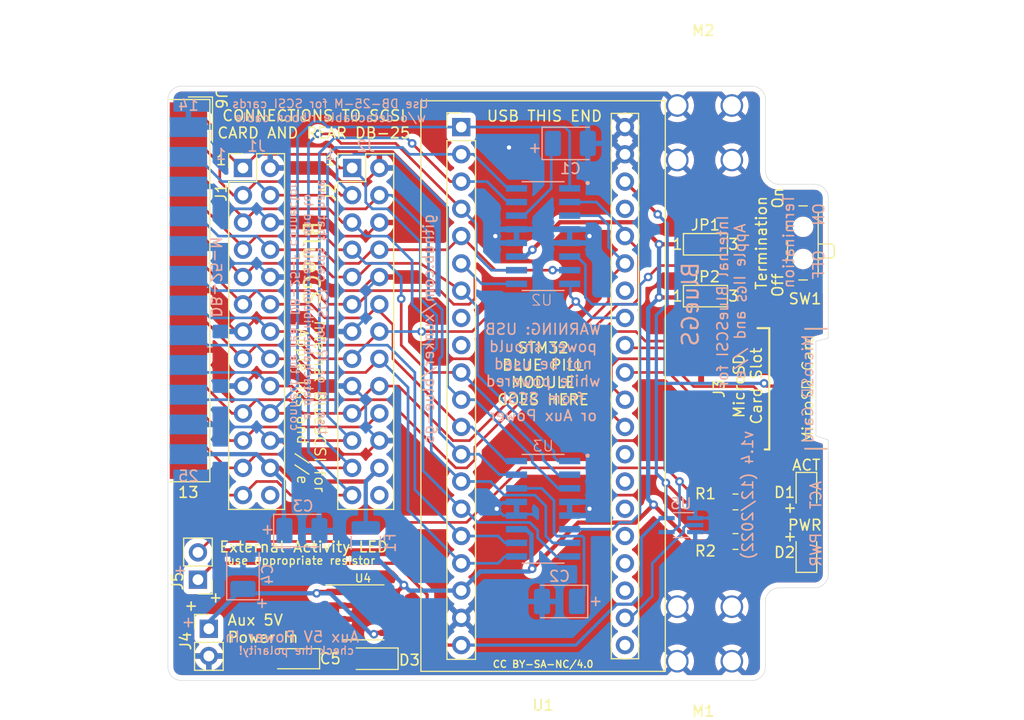
<source format=kicad_pcb>
(kicad_pcb (version 20211014) (generator pcbnew)
  (layers (0 "F.Cu" signal) (31 "B.Cu" signal) (34 "B.Paste" user) (35 "F.Paste" user) (36 "B.SilkS" user "B.Silkscreen") (37 "F.SilkS" user "F.Silkscreen") (38 "B.Mask" user) (39 "F.Mask" user) (44 "Edge.Cuts" user))
  (net 0 "")
  (net 12 "+5V")
  (net 13 "GND")
  (net 14 "/SCSI_DB4")
  (net 15 "/SCSI_DB2")
  (net 16 "/SCSI_DB1")
  (net 17 "/SCSI_DBP")
  (net 18 "/SCSI_SEL")
  (net 19 "/SCSI_ATN")
  (net 20 "/SCSI_C_D")
  (net 21 "/SCSI_DB7")
  (net 22 "/SCSI_DB6")
  (net 23 "/SCSI_DB5")
  (net 24 "/SCSI_DB3")
  (net 25 "/SCSI_DB0")
  (net 26 "/SCSI_BSY")
  (net 27 "/SCSI_ACK")
  (net 28 "/SCSI_RST")
  (net 29 "/SCSI_I_O")
  (net 30 "/SCSI_MSG")
  (net 31 "/SCSI_REQ")
  (net 32 "/SD_MISO")
  (net 33 "/SD_CSK")
  (net 34 "+3V3")
  (net 35 "/SD_MOSI")
  (net 36 "/SD_CS")
  (net 39 "Net-(D2-Pad2)")
  (net 40 "Net-(C1-Pad1)")
  (net 41 "Net-(C2-Pad1)")
  (net 42 "/TERM_DISC")
  (net 43 "Net-(D1-Pad1)")
  (net 44 "/DEBUG_RX")
  (net 45 "/DEBUG_TX")
  (net 46 "/+5V_AUX")
  (net 47 "Net-(C5-Pad1)")
  (net 48 "/TERM_EN")
  (net 49 "/TERM_DIS")
  (net 50 "/DISK_ACT")
  (net 51 "/SCSI_TERMPWR")
  (net 52 "Net-(D1-Pad2)")
  (footprint "my library:YAAJ_BluePill_2" (layer "F.Cu") (at 152.4 50.8)
    (fp_text reference "U1")
    (fp_text value "YAAJ_BluePill" hide)
  )
  (footprint "Button_Switch_SMD:SW_SPDT_PCM12" (layer "F.Cu") (at 183.896 61.595 90)
    (fp_text reference "SW1")
    (fp_text value "SW_SPDT")
  )
  (footprint "Resistor_SMD:R_0805_2012Metric_Pad1.20x1.40mm_HandSolder" (layer "F.Cu") (at 177.927 89.408 180)
    (fp_text reference "R2")
    (fp_text value "1K")
  )
  (footprint "LED_SMD:LED_0805_2012Metric_Pad1.15x1.40mm_HandSolder" (layer "F.Cu") (at 184.531 84.836 -90)
    (fp_text reference "D1")
    (fp_text value "LED")
  )
  (footprint "Jumper:SolderJumper-3_P1.3mm_Open_Pad1.0x1.5mm_NumberLabels" (layer "F.Cu") (at 175.133 66.548)
    (fp_text reference "JP2")
    (fp_text value "Jumper_3_Open")
  )
  (footprint "Jumper:SolderJumper-3_P1.3mm_Open_Pad1.0x1.5mm_NumberLabels" (layer "F.Cu") (at 175.133 61.722)
    (fp_text reference "JP1")
    (fp_text value "Jumper_3_Open")
  )
  (footprint "Resistor_SMD:R_0805_2012Metric_Pad1.20x1.40mm_HandSolder" (layer "F.Cu") (at 177.927 85.725)
    (fp_text reference "R1")
    (fp_text value "100")
  )
  (footprint "Connector_PinHeader_2.54mm:PinHeader_2x13_P2.54mm_Vertical" (layer "F.Cu") (at 132.08 54.61)
    (fp_text reference "J1")
    (fp_text value "Conn_02x13_Odd_Even")
  )
  (footprint "Connector_PinHeader_2.54mm:PinHeader_2x13_P2.54mm_Vertical" (layer "F.Cu") (at 142.24 54.61)
    (fp_text reference "J2")
    (fp_text value "Conn_02x13_Odd_Even")
  )
  (footprint "Connector_PinHeader_2.54mm:PinHeader_1x02_P2.54mm_Vertical" (layer "F.Cu") (at 128.905 97.536)
    (fp_text reference "J4")
    (fp_text value "Conn_01x02_Male")
  )
  (footprint "Connector_PinHeader_2.54mm:PinHeader_1x02_P2.54mm_Vertical" (layer "F.Cu") (at 127.889 92.964 180)
    (fp_text reference "J5")
    (fp_text value "Conn_01x02_Male")
  )
  (footprint "my library:keystone-7774" (layer "F.Cu") (at 180.771 100.561 180)
    (fp_text reference "M1")
    (fp_text value "Screw_Terminal_01x01")
  )
  (footprint "my library:keystone-7774" (layer "F.Cu") (at 180.771 53.871 180)
    (fp_text reference "M2")
    (fp_text value "Screw_Terminal_01x01")
  )
  (footprint "LED_SMD:LED_0805_2012Metric_Pad1.15x1.40mm_HandSolder" (layer "F.Cu") (at 184.531 90.424 90)
    (fp_text reference "D2")
    (fp_text value "LED")
  )
  (footprint "Molex 105162-0001:105162-0001" (layer "F.Cu") (at 174.625 75.184 90)
    (fp_text reference "J3")
    (fp_text value "105162-0001")
  )
  (footprint "Connector_Dsub:DSUB-25_Male_EdgeMount_P2.77mm" (layer "F.Cu") (at 127 66.04 -90)
    (fp_text reference "J6")
    (fp_text value "DB25_Male")
  )
  (footprint "Diode_SMD:D_SOD-123" (layer "F.Cu") (at 144.272 100.33 180)
    (fp_text reference "D3")
    (fp_text value "Zener 5.6v")
  )
  (footprint "Capacitor_Tantalum_SMD:CP_EIA-3216-10_Kemet-I" (layer "F.Cu") (at 136.906 100.33 180)
    (fp_text reference "C5")
    (fp_text value "0.1uF")
  )
  (footprint "Package_SO:SOIC-8_3.9x4.9mm_P1.27mm" (layer "F.Cu") (at 143.256 96.012)
    (fp_text reference "U4")
    (fp_text value "UCC3916")
  )
  (footprint "Capacitor_Tantalum_SMD:CP_EIA-3528-21_Kemet-B_Pad1.50x2.35mm_HandSolder" (layer "B.Cu") (at 162.56 52.324)
    (fp_text reference "C1")
    (fp_text value "2.2uF, 6.3v")
  )
  (footprint "my library:SOIC127P600X175-16N" (layer "B.Cu") (at 160.02 86.36 180)
    (fp_text reference "U3")
    (fp_text value "UC560x, UCC56xx")
  )
  (footprint "Capacitor_Tantalum_SMD:CP_EIA-3528-21_Kemet-B_Pad1.50x2.35mm_HandSolder" (layer "B.Cu") (at 137.567 88.392)
    (fp_text reference "C3")
    (fp_text value "4.7uF, 6.3v")
  )
  (footprint "Capacitor_Tantalum_SMD:CP_EIA-3528-21_Kemet-B_Pad1.50x2.35mm_HandSolder" (layer "B.Cu") (at 161.544 94.996 180)
    (fp_text reference "C2")
    (fp_text value "2.2uF, 6.3v")
  )
  (footprint "my library:SOIC127P600X175-16N" (layer "B.Cu") (at 160.02 60.96 180)
    (fp_text reference "U2")
    (fp_text value "UC560x, UCC56xx")
  )
  (footprint "Fuse:Fuse_1210_3225Metric" (layer "B.Cu") (at 143.51 89.535 90)
    (fp_text reference "F1")
    (fp_text value "Fuse")
  )
  (footprint "Package_TO_SOT_SMD:SOT-353_SC-70-5_Handsoldering" (layer "B.Cu") (at 172.847 87.884 180)
    (fp_text reference "U5")
    (fp_text value "NL17SZ07DFT2G")
  )
  (footprint "Capacitor_Tantalum_SMD:CP_EIA-3528-21_Kemet-B_Pad1.50x2.35mm_HandSolder" (layer "B.Cu") (at 132.08 92.202 90)
    (fp_text reference "C4")
    (fp_text value "1uF")
  )
  (gr_line (start 184.404 69.596) (end 186.436 69.596) (layer "B.SilkS") (width 0.15))
  (gr_line (start 184.404 80.772) (end 186.436 80.772) (layer "B.SilkS") (width 0.15))
  (gr_line (start 184.404 80.772) (end 186.436 80.772) (layer "F.SilkS") (width 0.15))
  (gr_line (start 184.404 69.596) (end 186.436 69.596) (layer "F.SilkS") (width 0.15))
  (gr_line (start 186.563 79.9465) (end 186.563 92.456) (layer "Edge.Cuts") (width 0.05))
  (gr_line (start 125.095 101.092) (end 125.095 48.26) (layer "Edge.Cuts") (width 0.05))
  (gr_line (start 181.991 56.134) (end 185.293 56.134) (layer "Edge.Cuts") (width 0.05))
  (gr_line (start 180.721 94.996) (end 180.721 101.092) (layer "Edge.Cuts") (width 0.05))
  (gr_arc (start 185.293 56.134) (mid 186.191026 56.505974) (end 186.563 57.404) (layer "Edge.Cuts") (width 0.05))
  (gr_arc (start 186.563 92.456) (mid 186.191026 93.354026) (end 185.293 93.726) (layer "Edge.Cuts") (width 0.05))
  (gr_arc (start 181.991 56.134) (mid 181.092974 55.762026) (end 180.721 54.864) (layer "Edge.Cuts") (width 0.05))
  (gr_line (start 180.721 48.26) (end 180.721 54.864) (layer "Edge.Cuts") (width 0.05))
  (gr_arc (start 180.721 94.996) (mid 181.092974 94.097974) (end 181.991 93.726) (layer "Edge.Cuts") (width 0.05))
  (gr_line (start 181.991 93.726) (end 185.293 93.726) (layer "Edge.Cuts") (width 0.05))
  (gr_line (start 126.365 46.99) (end 179.451 46.99) (layer "Edge.Cuts") (width 0.05))
  (gr_line (start 179.451 102.362) (end 126.365 102.362) (layer "Edge.Cuts") (width 0.05))
  (gr_arc (start 126.365 102.362) (mid 125.466974 101.990026) (end 125.095 101.092) (layer "Edge.Cuts") (width 0.05))
  (gr_line (start 185.42 70.7644) (end 185.42 79.5655) (layer "Edge.Cuts") (width 0.05))
  (gr_arc (start 180.721 101.092) (mid 180.349026 101.990026) (end 179.451 102.362) (layer "Edge.Cuts") (width 0.05))
  (gr_arc (start 125.095 48.26) (mid 125.466974 47.361974) (end 126.365 46.99) (layer "Edge.Cuts") (width 0.05))
  (gr_line (start 186.563 57.404) (end 186.563 70.4596) (layer "Edge.Cuts") (width 0.05))
  (gr_line (start 185.42 70.7644) (end 186.563 70.4596) (layer "Edge.Cuts") (width 0.05))
  (gr_arc (start 179.451 46.99) (mid 180.349026 47.361974) (end 180.721 48.26) (layer "Edge.Cuts") (width 0.05))
  (gr_line (start 186.563 79.9465) (end 185.42 79.5655) (layer "Edge.Cuts") (width 0.05))
  (gr_text "ACT" (at 185.42 85.09 90) (layer "B.SilkS") (effects (font (size 1 1)) (justify mirror)))
  (gr_text "PWR" (at 185.42 90.17 90) (layer "B.SilkS") (effects (font (size 1 1)) (justify mirror)))
  (gr_text "ON   OFF" (at 185.674 61.468 90) (layer "B.SilkS") (effects (font (size 1 1)) (justify mirror)))
  (gr_text "github.com/xunker/blue-gs" (at 149.352 69.596 90) (layer "B.SilkS") (effects (font (size 1 1)) (justify mirror)))
  (gr_text "Internal BlueSCSI for\nApple II_{GS} and //e" (at 177.546 67.056 90) (layer "B.SilkS") (effects (font (size 1 1)) (justify mirror)))
  (gr_text "+" (at 134.366 88.392 -180) (layer "B.SilkS") (effects (font (size 1 1)) (justify mirror)))
  (gr_text "Termination" (at 182.88 61.468 90) (layer "B.SilkS") (effects (font (size 1 1)) (justify mirror)))
  (gr_text "Use J1 or J2 for SCSI cards that have\na detachable ribbon cable, and to\nconnect the rear DB-25-F connector" (at 138.176 67.564 270) (layer "B.SilkS") (effects (font (size 0.8 0.8) (thickness 0.125)) (justify mirror)))
  (gr_text "Use DB-25-M for SCSI cards\nw/o detachable ribbon cable" (at 140.208 49.276) (layer "B.SilkS") (effects (font (size 0.8 0.8) (thickness 0.125)) (justify mirror)))
  (gr_text "J2" (at 143.51 52.578) (layer "B.SilkS") (effects (font (size 1 1)) (justify mirror)))
  (gr_text "+" (at 133.858 95.25 -180) (layer "B.SilkS") (effects (font (size 1 1)) (justify mirror)))
  (gr_text "BlueGS" (at 173.736 67.31 90) (layer "B.SilkS") (effects (font (size 1.5 1.5) (thickness 0.2)) (justify mirror)))
  (gr_text "MicroSD Card" (at 184.658 75.184 90) (layer "B.SilkS") (effects (font (size 1 1) (thickness 0.125)) (justify mirror)))
  (gr_text "check the polarity!" (at 142.494 99.568) (layer "B.SilkS") (effects (font (size 0.75 0.75) (thickness 0.125)) (justify left mirror)))
  (gr_text "Aux 5V Power In" (at 130.302 98.298) (layer "B.SilkS") (effects (font (size 1 1)) (justify right mirror)))
  (gr_text "DB-25-M" (at 129.54 64.77 270) (layer "B.SilkS") (effects (font (size 1 1)) (justify mirror)))
  (gr_text "+" (at 159.258 52.705) (layer "B.SilkS") (effects (font (size 1 1)) (justify mirror)))
  (gr_text "+" (at 164.846 94.996 90) (layer "B.SilkS") (effects (font (size 1 1)) (justify mirror)))
  (gr_text "+" (at 127 97.028 -180) (layer "B.SilkS") (effects (font (size 1 1)) (justify mirror)))
  (gr_text "1" (at 140.208 53.34) (layer "B.SilkS") (effects (font (size 1 1)) (justify mirror)))
  (gr_text "14" (at 127 48.768) (layer "B.SilkS") (effects (font (size 1 1)) (justify mirror)))
  (gr_text "25" (at 127 83.312) (layer "B.SilkS") (effects (font (size 1 1)) (justify mirror)))
  (gr_text "WARNING: USB\npower should\nnot be used\nwhile powered\nfrom SCSI\nor Aux Power" (at 160.02 73.66) (layer "B.SilkS") (effects (font (size 1 1)) (justify mirror)))
  (gr_text "v1.4 (12/2022)" (at 179.07 85.09 90) (layer "B.SilkS") (effects (font (size 1 1)) (justify mirror)))
  (gr_text "J1" (at 133.35 52.578) (layer "B.SilkS") (effects (font (size 1 1)) (justify mirror)))
  (gr_text "+" (at 126.238 92.202 -180) (layer "B.SilkS") (effects (font (size 1 1)) (justify mirror)))
  (gr_text "1" (at 130.048 53.34) (layer "B.SilkS") (effects (font (size 1 1)) (justify mirror)))
  (gr_text "Aux 5V\nPower In" (at 130.556 97.536) (layer "F.SilkS") (effects (font (size 1 1)) (justify left)))
  (gr_text "BlueGS" (at 138.43 63.5 270) (layer "F.SilkS") (effects (font (size 1.5 1.5) (thickness 0.2))))
  (gr_text "+" (at 129.54 94.742 180) (layer "F.SilkS") (effects (font (size 1 1))))
  (gr_text "Internal BlueSCSI for\nApple II_{GS} and //e\n" (at 138.43 76.835 270) (layer "F.SilkS") (effects (font (size 1 1) (thickness 0.125))))
  (gr_text "PWR" (at 186.055 87.884) (layer "F.SilkS") (effects (font (size 1 1)) (justify right)))
  (gr_text "External Activity LED" (at 129.794 89.916) (layer "F.SilkS") (effects (font (size 1 1)) (justify left)))
  (gr_text "+" (at 183.007 88.9) (layer "F.SilkS") (effects (font (size 1 1))))
  (gr_text "MicroSD\nCard Slot" (at 179.07 74.93 90) (layer "F.SilkS") (effects (font (size 1 1))))
  (gr_text "MicroSD Card" (at 184.658 75.184 90) (layer "F.SilkS") (effects (font (size 1 1) (thickness 0.125))))
  (gr_text "CONNECTIONS TO SCSI\nCARD AND REAR DB-25" (at 138.684 50.546) (layer "F.SilkS") (effects (font (size 1 1))))
  (gr_text "On" (at 181.864 57.404 90) (layer "F.SilkS") (effects (font (size 1 1))))
  (gr_text "Termination" (at 180.34 61.595 90) (layer "F.SilkS") (effects (font (size 1 1))))
  (gr_text "STM32\nBLUE PILL\nMODULE\nGOES HERE" (at 160.02 73.787) (layer "F.SilkS") (effects (font (size 1 1))))
  (gr_text "USB THIS END" (at 160.147 49.784) (layer "F.SilkS") (effects (font (size 1 1))))
  (gr_text "CC BY-SA-NC/4.0" (at 160.02 100.838) (layer "F.SilkS") (effects (font (size 0.65 0.65) (thickness 0.125))))
  (gr_text "use appropriate resistor" (at 130.556 91.186) (layer "F.SilkS") (effects (font (size 0.75 0.75) (thickness 0.125)) (justify left)))
  (gr_text "+" (at 127.254 95.504 180) (layer "F.SilkS") (effects (font (size 1 1))))
  (gr_text "+" (at 183.007 86.233) (layer "F.SilkS") (effects (font (size 1 1))))
  (gr_text "13" (at 127 84.836) (layer "F.SilkS") (effects (font (size 1 1))))
  (gr_text "1" (at 130.048 53.848) (layer "F.SilkS") (effects (font (size 1 1))))
  (gr_text "ACT" (at 185.928 82.296) (layer "F.SilkS") (effects (font (size 1 1)) (justify right)))
  (gr_text "1" (at 140.208 53.848) (layer "F.SilkS") (effects (font (size 1 1))))
  (gr_text "Off" (at 181.864 65.532 90) (layer "F.SilkS") (effects (font (size 1 1))))
  (segment (start 173.736 89.408) (end 170.307 85.979) (width 0.4) (layer "F.Cu") (net 12))
  (segment (start 159.02532 62.233641) (end 161.58796 59.671001) (width 0.4) (layer "F.Cu") (net 12))
  (segment (start 163.301511 87.650489) (end 168.635511 87.650489) (width 0.4) (layer "F.Cu") (net 12))
  (segment (start 159.004 91.948) (end 163.301511 87.650489) (width 0.4) (layer "F.Cu") (net 12))
  (segment (start 176.927 89.408) (end 173.736 89.408) (width 0.4) (layer "F.Cu") (net 12))
  (segment (start 161.58796 59.671001) (end 168.764001 59.671001) (width 0.4) (layer "F.Cu") (net 12))
  (segment (start 147.066 93.472) (end 146.431 94.107) (width 0.4) (layer "F.Cu") (net 12))
  (segment (start 168.764001 59.671001) (end 170.815 61.722) (width 0.4) (layer "F.Cu") (net 12))
  (segment (start 146.431 94.107) (end 145.731 94.107) (width 0.4) (layer "F.Cu") (net 12))
  (segment (start 168.635511 87.650489) (end 170.307 85.979) (width 0.4) (layer "F.Cu") (net 12))
  (segment (start 173.579 66.675) (end 170.814998 66.675) (width 0.4) (layer "F.Cu") (net 12))
  (segment (start 173.833 61.722) (end 170.815 61.722) (width 0.4) (layer "F.Cu") (net 12))
  (segment (start 173.833 66.421) (end 173.579 66.675) (width 0.4) (layer "F.Cu") (net 12))
  (via (at 147.066 93.472) (size 0.8) (drill 0.4) (layers "F.Cu" "B.Cu") (net 12))
  (via (at 170.815 61.722) (size 0.8) (drill 0.4) (layers "F.Cu" "B.Cu") (net 12))
  (via (at 170.307 85.979) (size 0.8) (drill 0.4) (layers "F.Cu" "B.Cu") (net 12))
  (via (at 159.02532 62.233641) (size 0.8) (drill 0.4) (layers "F.Cu" "B.Cu") (net 12))
  (via (at 159.004 91.948) (size 0.8) (drill 0.4) (layers "F.Cu" "B.Cu") (net 12))
  (via (at 170.814998 66.675) (size 0.8) (drill 0.4) (layers "F.Cu" "B.Cu") (net 12))
  (segment (start 158.4265 88.265) (end 157.545 88.265) (width 0.4) (layer "B.Cu") (net 12))
  (segment (start 147.066 93.472) (end 147.574 93.98) (width 0.4) (layer "B.Cu") (net 12))
  (segment (start 159.004 91.948) (end 158.929511 91.873511) (width 0.4) (layer "B.Cu") (net 12))
  (segment (start 157.545 62.865) (end 158.393961 62.865) (width 0.4) (layer "B.Cu") (net 12))
  (segment (start 154.178 92.202) (end 152.4 93.98) (width 0.4) (layer "B.Cu") (net 12))
  (segment (start 147.574 93.98) (end 152.4 93.98) (width 0.4) (layer "B.Cu") (net 12))
  (segment (start 169.799 85.471) (end 170.307 85.979) (width 0.4) (layer "B.Cu") (net 12))
  (segment (start 158.393961 62.865) (end 159.02532 62.233641) (width 0.4) (layer "B.Cu") (net 12))
  (segment (start 158.929511 88.768011) (end 158.4265 88.265) (width 0.4) (layer "B.Cu") (net 12))
  (segment (start 144.529 90.935) (end 143.51 90.935) (width 0.4) (layer "B.Cu") (net 12))
  (segment (start 170.814998 61.722002) (end 170.815 61.722) (width 0.4) (layer "B.Cu") (net 12))
  (segment (start 158.929511 91.873511) (end 158.929511 88.768011) (width 0.4) (layer "B.Cu") (net 12))
  (segment (start 158.75 92.202) (end 154.178 92.202) (width 0.4) (layer "B.Cu") (net 12))
  (segment (start 169.799 67.690998) (end 169.799 85.471) (width 0.4) (layer "B.Cu") (net 12))
  (segment (start 170.814998 66.675) (end 170.814998 61.722002) (width 0.4) (layer "B.Cu") (net 12))
  (segment (start 170.814998 66.675) (end 169.799 67.690998) (width 0.4) (layer "B.Cu") (net 12))
  (segment (start 147.066 93.472) (end 144.529 90.935) (width 0.4) (layer "B.Cu") (net 12))
  (segment (start 159.004 91.948) (end 158.75 92.202) (width 0.4) (layer "B.Cu") (net 12))
  (segment (start 134.62 64.77) (end 138.938 64.77) (width 0.25) (layer "F.Cu") (net 13))
  (segment (start 143.002 66.04) (end 144.272 64.77) (width 0.25) (layer "F.Cu") (net 13))
  (segment (start 138.938 64.77) (end 140.208 66.04) (width 0.25) (layer "F.Cu") (net 13))
  (segment (start 140.208 66.04) (end 143.002 66.04) (width 0.25) (layer "F.Cu") (net 13))
  (segment (start 144.272 64.77) (end 144.78 64.77) (width 0.25) (layer "F.Cu") (net 13))
  (segment (start 134.62 54.61) (end 139.954 54.61) (width 0.25) (layer "F.Cu") (net 13))
  (segment (start 139.954 54.61) (end 141.224 55.88) (width 0.25) (layer "F.Cu") (net 13))
  (segment (start 141.224 55.88) (end 143.51 55.88) (width 0.25) (layer "F.Cu") (net 13))
  (segment (start 143.51 55.88) (end 144.78 54.61) (width 0.25) (layer "F.Cu") (net 13))
  (segment (start 132.08 69.85) (end 133.35 68.58) (width 0.25) (layer "F.Cu") (net 13))
  (segment (start 138.176 68.58) (end 139.446 69.85) (width 0.25) (layer "F.Cu") (net 13))
  (segment (start 133.35 68.58) (end 138.176 68.58) (width 0.25) (layer "F.Cu") (net 13))
  (segment (start 139.446 69.85) (end 142.24 69.85) (width 0.25) (layer "F.Cu") (net 13))
  (segment (start 142.24 74.93) (end 138.176 74.93) (width 0.25) (layer "F.Cu") (net 13))
  (segment (start 138.176 74.93) (end 136.906 73.66) (width 0.25) (layer "F.Cu") (net 13))
  (segment (start 136.906 73.66) (end 133.35 73.66) (width 0.25) (layer "F.Cu") (net 13))
  (segment (start 133.35 73.66) (end 132.08 74.93) (width 0.25) (layer "F.Cu") (net 13))
  (segment (start 134.62 80.01) (end 135.636 80.01) (width 0.25) (layer "F.Cu") (net 13))
  (segment (start 135.636 80.01) (end 136.906 81.28) (width 0.25) (layer "F.Cu") (net 13))
  (segment (start 136.906 81.28) (end 143.51 81.28) (width 0.25) (layer "F.Cu") (net 13))
  (segment (start 143.51 81.28) (end 144.78 80.01) (width 0.25) (layer "F.Cu") (net 13))
  (segment (start 134.62 59.69) (end 139.954 59.69) (width 0.25) (layer "F.Cu") (net 13))
  (segment (start 141.224 60.96) (end 143.51 60.96) (width 0.25) (layer "F.Cu") (net 13))
  (segment (start 139.954 59.69) (end 141.224 60.96) (width 0.25) (layer "F.Cu") (net 13))
  (segment (start 143.51 60.96) (end 144.78 59.69) (width 0.25) (layer "F.Cu") (net 13))
  (segment (start 168.656 80.01) (end 166.624 80.01) (width 0.25) (layer "F.Cu") (net 13))
  (segment (start 131.445 69.85) (end 130.175 68.58) (width 0.25) (layer "F.Cu") (net 13))
  (segment (start 166.624 85.09) (end 168.656 85.09) (width 0.25) (layer "F.Cu") (net 13))
  (segment (start 130.175 68.58) (end 130.175 67.31) (width 0.25) (layer "F.Cu") (net 13))
  (segment (start 153.416 72.39) (end 151.384 72.39) (width 0.25) (layer "F.Cu") (net 13))
  (segment (start 130.175 67.31) (end 128.905 66.04) (width 0.25) (layer "F.Cu") (net 13))
  (segment (start 132.08 69.85) (end 131.445 69.85) (width 0.25) (layer "F.Cu") (net 13))
  (segment (start 128.905 66.04) (end 127 66.04) (width 0.25) (layer "F.Cu") (net 13))
  (via (at 164.338 86.36) (size 0.8) (drill 0.4) (layers "F.Cu" "B.Cu") (net 13))
  (via (at 156.845 52.705) (size 0.8) (drill 0.4) (layers "F.Cu" "B.Cu") (net 13))
  (via (at 164.338 60.96) (size 0.8) (drill 0.4) (layers "F.Cu" "B.Cu") (net 13))
  (via (at 155.575 60.96) (size 0.8) (drill 0.4) (layers "F.Cu" "B.Cu") (net 13))
  (via (at 155.702 86.36) (size 0.8) (drill 0.4) (layers "F.Cu" "B.Cu") (net 13))
  (segment (start 142.24 74.93) (end 143.51 76.2) (width 0.25) (layer "B.Cu") (net 13))
  (segment (start 143.51 76.2) (end 143.51 78.74) (width 0.25) (layer "B.Cu") (net 13))
  (segment (start 143.51 78.74) (end 144.78 80.01) (width 0.25) (layer "B.Cu") (net 13))
  (segment (start 144.78 64.77) (end 143.51 66.04) (width 0.25) (layer "B.Cu") (net 13))
  (segment (start 143.51 66.04) (end 143.51 68.58) (width 0.25) (layer "B.Cu") (net 13))
  (segment (start 176.134 87.234) (end 176.276 87.376) (width 0.25) (layer "B.Cu") (net 13))
  (segment (start 134.62 80.01) (end 133.35 78.74) (width 0.25) (layer "B.Cu") (net 13))
  (segment (start 174.197 88.58) (end 174.197 91.393) (width 0.25) (layer "B.Cu") (net 13))
  (segment (start 143.51 68.58) (end 143.4465 68.6435) (width 0.25) (layer "B.Cu") (net 13))
  (segment (start 157.545 60.325) (end 162.495 60.325) (width 0.25) (layer "B.Cu") (net 13))
  (segment (start 130.175 78.74) (end 129.94 78.505) (width 0.25) (layer "B.Cu") (net 13))
  (segment (start 176.276 88.646) (end 176.276 88.9) (width 0.25) (layer "B.Cu") (net 13))
  (segment (start 129.54 62.23) (end 127.345 62.23) (width 0.25) (layer "B.Cu") (net 13))
  (segment (start 127.345 62.23) (end 127 61.885) (width 0.25) (layer "B.Cu") (net 13))
  (segment (start 130.175 58.42) (end 130.175 57.15) (width 0.25) (layer "B.Cu") (net 13))
  (segment (start 134.62 59.69) (end 133.35 58.42) (width 0.25) (layer "B.Cu") (net 13))
  (segment (start 156.337 85.725) (end 157.545 85.725) (width 0.25) (layer "B.Cu") (net 13))
  (segment (start 156.337 86.995) (end 157.545 86.995) (width 0.25) (layer "B.Cu") (net 13))
  (segment (start 143.4465 68.6435) (end 142.24 69.85) (width 0.25) (layer "B.Cu") (net 13))
  (segment (start 174.177 87.234) (end 176.134 87.234) (width 0.25) (layer "B.Cu") (net 13))
  (segment (start 133.35 78.74) (end 130.175 78.74) (width 0.25) (layer "B.Cu") (net 13))
  (segment (start 134.62 64.77) (end 133.35 63.5) (width 0.25) (layer "B.Cu") (net 13))
  (segment (start 130.175 57.15) (end 129.37 56.345) (width 0.25) (layer "B.Cu") (net 13))
  (segment (start 176.276 87.376) (end 176.276 88.9) (width 0.25) (layer "B.Cu") (net 13))
  (segment (start 157.545 85.725) (end 157.545 86.995) (width 0.25) (layer "B.Cu") (net 13))
  (segment (start 174.197 91.393) (end 174.197 93.745) (width 0.25) (layer "B.Cu") (net 13))
  (segment (start 174.177 88.534) (end 176.164 88.534) (width 0.25) (layer "B.Cu") (net 13))
  (segment (start 155.702 86.36) (end 156.337 85.725) (width 0.25) (layer "B.Cu") (net 13))
  (segment (start 176.276 88.9) (end 176.276 89.314) (width 0.25) (layer "B.Cu") (net 13))
  (segment (start 176.164 88.534) (end 176.276 88.646) (width 0.25) (layer "B.Cu") (net 13))
  (segment (start 129.37 56.345) (end 127 56.345) (width 0.25) (layer "B.Cu") (net 13))
  (segment (start 130.81 63.5) (end 129.54 62.23) (width 0.25) (layer "B.Cu") (net 13))
  (segment (start 174.197 93.745) (end 172.461 95.481) (width 0.25) (layer "B.Cu") (net 13))
  (segment (start 133.35 63.5) (end 130.81 63.5) (width 0.25) (layer "B.Cu") (net 13))
  (segment (start 129.94 78.505) (end 127 78.505) (width 0.25) (layer "B.Cu") (net 13))
  (segment (start 133.35 58.42) (end 130.175 58.42) (width 0.25) (layer "B.Cu") (net 13))
  (segment (start 155.702 86.36) (end 156.337 86.995) (width 0.25) (layer "B.Cu") (net 13))
  (segment (start 176.276 89.314) (end 174.197 91.393) (width 0.25) (layer "B.Cu") (net 13))
  (segment (start 134.62 77.47) (end 136.144 77.47) (width 0.25) (layer "F.Cu") (net 14))
  (segment (start 136.144 77.47) (end 137.414 78.74) (width 0.25) (layer "F.Cu") (net 14))
  (segment (start 137.414 78.74) (end 143.51 78.74) (width 0.25) (layer "F.Cu") (net 14))
  (segment (start 143.51 78.74) (end 144.78 77.47) (width 0.25) (layer "F.Cu") (net 14))
  (segment (start 137.16 74.93) (end 137.16 51.758998) (width 0.25) (layer "B.Cu") (net 14))
  (segment (start 127.465 76.2) (end 133.35 76.2) (width 0.25) (layer "B.Cu") (net 14))
  (segment (start 152.4 50.8) (end 162.052 50.8) (width 0.25) (layer "B.Cu") (net 14))
  (segment (start 139.954 50.8) (end 152.4 50.8) (width 0.25) (layer "B.Cu") (net 14))
  (segment (start 139.446 50.292) (end 139.954 50.8) (width 0.25) (layer "B.Cu") (net 14))
  (segment (start 162.495 51.243) (end 162.495 56.515) (width 0.25) (layer "B.Cu") (net 14))
  (segment (start 127 75.735) (end 127.465 76.2) (width 0.25) (layer "B.Cu") (net 14))
  (segment (start 162.052 50.8) (end 162.495 51.243) (width 0.25) (layer "B.Cu") (net 14))
  (segment (start 134.62 77.47) (end 137.16 74.93) (width 0.25) (layer "B.Cu") (net 14))
  (segment (start 133.35 76.2) (end 134.62 77.47) (width 0.25) (layer "B.Cu") (net 14))
  (segment (start 138.626998 50.292) (end 139.446 50.292) (width 0.25) (layer "B.Cu") (net 14))
  (segment (start 137.16 51.758998) (end 138.626998 50.292) (width 0.25) (layer "B.Cu") (net 14))
  (segment (start 136.62025 74.93) (end 137.89025 76.2) (width 0.25) (layer "F.Cu") (net 15))
  (segment (start 144.272 74.93) (end 144.78 74.93) (width 0.25) (layer "F.Cu") (net 15))
  (segment (start 137.89025 76.2) (end 143.002 76.2) (width 0.25) (layer "F.Cu") (net 15))
  (segment (start 134.62 74.93) (end 136.62025 74.93) (width 0.25) (layer "F.Cu") (net 15))
  (segment (start 143.002 76.2) (end 144.272 74.93) (width 0.25) (layer "F.Cu") (net 15))
  (segment (start 166.116 67.056) (end 166.116 65.024) (width 0.25) (layer "F.Cu") (net 15))
  (segment (start 151.638 80.01) (end 153.162 80.01) (width 0.25) (layer "F.Cu") (net 15))
  (segment (start 144.78 74.93) (end 146.558 74.93) (width 0.25) (layer "F.Cu") (net 15))
  (segment (start 166.116 65.024) (end 167.64 63.5) (width 0.25) (layer "F.Cu") (net 15))
  (segment (start 146.558 74.93) (end 151.638 80.01) (width 0.25) (layer "F.Cu") (net 15))
  (segment (start 153.162 80.01) (end 166.116 67.056) (width 0.25) (layer "F.Cu") (net 15))
  (segment (start 166.116 59.944) (end 166.116 61.976) (width 0.25) (layer "B.Cu") (net 15))
  (segment (start 127 72.965) (end 127.695 73.66) (width 0.25) (layer "B.Cu") (net 15))
  (segment (start 162.495 59.055) (end 165.227 59.055) (width 0.25) (layer "B.Cu") (net 15))
  (segment (start 133.35 73.66) (end 134.62 74.93) (width 0.25) (layer "B.Cu") (net 15))
  (segment (start 165.227 59.055) (end 166.116 59.944) (width 0.25) (layer "B.Cu") (net 15))
  (segment (start 166.116 61.976) (end 167.64 63.5) (width 0.25) (layer "B.Cu") (net 15))
  (segment (start 127.695 73.66) (end 133.35 73.66) (width 0.25) (layer "B.Cu") (net 15))
  (segment (start 137.16 72.39) (end 138.43 73.66) (width 0.25) (layer "F.Cu") (net 16))
  (segment (start 138.43 73.66) (end 143.51 73.66) (width 0.25) (layer "F.Cu") (net 16))
  (segment (start 134.62 72.39) (end 137.16 72.39) (width 0.25) (layer "F.Cu") (net 16))
  (segment (start 143.51 73.66) (end 144.78 72.39) (width 0.25) (layer "F.Cu") (net 16))
  (segment (start 144.78 72.39) (end 147.447 75.057) (width 0.25) (layer "B.Cu") (net 16))
  (segment (start 156.464 90.805) (end 157.545 90.805) (width 0.25) (layer "B.Cu") (net 16))
  (segment (start 147.447 86.487) (end 152.4 91.44) (width 0.25) (layer "B.Cu") (net 16))
  (segment (start 152.4 91.44) (end 155.829 91.44) (width 0.25) (layer "B.Cu") (net 16))
  (segment (start 128.778 71.12) (end 133.35 71.12) (width 0.25) (layer "B.Cu") (net 16))
  (segment (start 147.447 75.057) (end 147.447 86.487) (width 0.25) (layer "B.Cu") (net 16))
  (segment (start 133.35 71.12) (end 134.62 72.39) (width 0.25) (layer "B.Cu") (net 16))
  (segment (start 127 70.195) (end 127.853 70.195) (width 0.25) (layer "B.Cu") (net 16))
  (segment (start 127.853 70.195) (end 128.778 71.12) (width 0.25) (layer "B.Cu") (net 16))
  (segment (start 155.829 91.44) (end 156.464 90.805) (width 0.25) (layer "B.Cu") (net 16))
  (segment (start 143.51 71.12) (end 144.78 69.85) (width 0.25) (layer "F.Cu") (net 17))
  (segment (start 134.62 69.85) (end 137.922 69.85) (width 0.25) (layer "F.Cu") (net 17))
  (segment (start 137.922 69.85) (end 139.192 71.12) (width 0.25) (layer "F.Cu") (net 17))
  (segment (start 139.192 71.12) (end 143.51 71.12) (width 0.25) (layer "F.Cu") (net 17))
  (segment (start 155.448 67.818) (end 162.306 67.818) (width 0.25) (layer "F.Cu") (net 17))
  (segment (start 153.416 69.85) (end 155.448 67.818) (width 0.25) (layer "F.Cu") (net 17))
  (segment (start 162.306 67.818) (end 163.068 67.056) (width 0.25) (layer "F.Cu") (net 17))
  (segment (start 148.717 69.85) (end 153.416 69.85) (width 0.25) (layer "F.Cu") (net 17))
  (via (at 163.068 67.056) (size 0.8) (drill 0.4) (layers "F.Cu" "B.Cu") (net 17))
  (via (at 148.717 69.85) (size 0.8) (drill 0.4) (layers "F.Cu" "B.Cu") (net 17))
  (segment (start 129.038 68.58) (end 133.35 68.58) (width 0.25) (layer "B.Cu") (net 17))
  (segment (start 127.883 67.425) (end 129.038 68.58) (width 0.25) (layer "B.Cu") (net 17))
  (segment (start 148.717 69.85) (end 144.78 69.85) (width 0.25) (layer "B.Cu") (net 17))
  (segment (start 163.068 67.056) (end 164.592 68.58) (width 0.25) (layer "B.Cu") (net 17))
  (segment (start 163.068 67.056) (end 162.56 66.548) (width 0.25) (layer "B.Cu") (net 17))
  (segment (start 127 67.425) (end 127.883 67.425) (width 0.25) (layer "B.Cu") (net 17))
  (segment (start 133.35 68.58) (end 134.62 69.85) (width 0.25) (layer "B.Cu") (net 17))
  (segment (start 164.592 68.58) (end 167.64 68.58) (width 0.25) (layer "B.Cu") (net 17))
  (segment (start 162.56 66.548) (end 162.56 65.532) (width 0.25) (layer "B.Cu") (net 17))
  (segment (start 134.62 67.31) (end 138.43 67.31) (width 0.25) (layer "F.Cu") (net 18))
  (segment (start 138.43 67.31) (end 139.7 68.58) (width 0.25) (layer "F.Cu") (net 18))
  (segment (start 139.7 68.58) (end 143.51 68.58) (width 0.25) (layer "F.Cu") (net 18))
  (segment (start 143.51 68.58) (end 144.78 67.31) (width 0.25) (layer "F.Cu") (net 18))
  (segment (start 144.78 67.31) (end 144.78 67.945) (width 0.25) (layer "F.Cu") (net 18))
  (segment (start 146.05 72.39) (end 152.4 78.74) (width 0.25) (layer "F.Cu") (net 18))
  (segment (start 144.78 67.945) (end 146.05 69.215) (width 0.25) (layer "F.Cu") (net 18))
  (segment (start 146.05 69.215) (end 146.05 72.39) (width 0.25) (layer "F.Cu") (net 18))
  (segment (start 153.385 78.74) (end 156.56 81.915) (width 0.25) (layer "B.Cu") (net 18))
  (segment (start 156.56 81.915) (end 157.545 81.915) (width 0.25) (layer "B.Cu") (net 18))
  (segment (start 127.901 64.655) (end 129.286 66.04) (width 0.25) (layer "B.Cu") (net 18))
  (segment (start 133.35 66.04) (end 134.62 67.31) (width 0.25) (layer "B.Cu") (net 18))
  (segment (start 129.286 66.04) (end 133.35 66.04) (width 0.25) (layer "B.Cu") (net 18))
  (segment (start 152.4 78.74) (end 153.385 78.74) (width 0.25) (layer "B.Cu") (net 18))
  (segment (start 127 64.655) (end 127.901 64.655) (width 0.25) (layer "B.Cu") (net 18))
  (segment (start 144.14359 62.23) (end 144.78 62.23) (width 0.25) (layer "F.Cu") (net 19))
  (segment (start 140.716 63.5) (end 142.87359 63.5) (width 0.25) (layer "F.Cu") (net 19))
  (segment (start 134.62 62.23) (end 139.446 62.23) (width 0.25) (layer "F.Cu") (net 19))
  (segment (start 139.446 62.23) (end 140.716 63.5) (width 0.25) (layer "F.Cu") (net 19))
  (segment (start 142.87359 63.5) (end 144.14359 62.23) (width 0.25) (layer "F.Cu") (net 19))
  (segment (start 144.78 62.23) (end 151.13 62.23) (width 0.25) (layer "F.Cu") (net 19))
  (segment (start 152.4 60.96) (end 155.575 64.135) (width 0.25) (layer "F.Cu") (net 19))
  (segment (start 155.575 64.135) (end 160.909 64.135) (width 0.25) (layer "F.Cu") (net 19))
  (segment (start 151.13 62.23) (end 152.4 60.96) (width 0.25) (layer "F.Cu") (net 19))
  (via (at 160.909 64.135) (size 0.8) (drill 0.4) (layers "F.Cu" "B.Cu") (net 19))
  (segment (start 162.495 64.135) (end 160.909 64.135) (width 0.25) (layer "B.Cu") (net 19))
  (segment (start 133.35 60.96) (end 134.62 62.23) (width 0.25) (layer "B.Cu") (net 19))
  (segment (start 127 59.115) (end 127.949 59.115) (width 0.25) (layer "B.Cu") (net 19))
  (segment (start 127.949 59.115) (end 129.794 60.96) (width 0.25) (layer "B.Cu") (net 19))
  (segment (start 129.794 60.96) (end 133.35 60.96) (width 0.25) (layer "B.Cu") (net 19))
  (segment (start 134.62 57.15) (end 139.954 57.15) (width 0.25) (layer "F.Cu") (net 20))
  (segment (start 139.954 57.15) (end 141.224 58.42) (width 0.25) (layer "F.Cu") (net 20))
  (segment (start 141.224 58.42) (end 143.51 58.42) (width 0.25) (layer "F.Cu") (net 20))
  (segment (start 143.51 58.42) (end 144.78 57.15) (width 0.25) (layer "F.Cu") (net 20))
  (segment (start 150.368 79.248) (end 152.4 81.28) (width 0.25) (layer "B.Cu") (net 20))
  (segment (start 133.35 55.88) (end 134.62 57.15) (width 0.25) (layer "B.Cu") (net 20))
  (segment (start 150.622 67.818) (end 150.622 72.136) (width 0.25) (layer "B.Cu") (net 20))
  (segment (start 145.923 57.15) (end 149.352 60.579) (width 0.25) (layer "B.Cu") (net 20))
  (segment (start 149.352 60.579) (end 149.352 66.548) (width 0.25) (layer "B.Cu") (net 20))
  (segment (start 149.352 66.548) (end 150.622 67.818) (width 0.25) (layer "B.Cu") (net 20))
  (segment (start 154.051 81.28) (end 155.956 83.185) (width 0.25) (layer "B.Cu") (net 20))
  (segment (start 127.816666 53.575) (end 130.121666 55.88) (width 0.25) (layer "B.Cu") (net 20))
  (segment (start 155.956 83.185) (end 157.545 83.185) (width 0.25) (layer "B.Cu") (net 20))
  (segment (start 130.121666 55.88) (end 133.35 55.88) (width 0.25) (layer "B.Cu") (net 20))
  (segment (start 150.368 72.39) (end 150.368 79.248) (width 0.25) (layer "B.Cu") (net 20))
  (segment (start 150.622 72.136) (end 150.368 72.39) (width 0.25) (layer "B.Cu") (net 20))
  (segment (start 152.4 81.28) (end 154.051 81.28) (width 0.25) (layer "B.Cu") (net 20))
  (segment (start 127 53.575) (end 127.816666 53.575) (width 0.25) (layer "B.Cu") (net 20))
  (segment (start 144.78 57.15) (end 145.923 57.15) (width 0.25) (layer "B.Cu") (net 20))
  (segment (start 136.525 85.09) (end 142.24 85.09) (width 0.25) (layer "F.Cu") (net 21))
  (segment (start 132.08 85.09) (end 133.35 83.82) (width 0.25) (layer "F.Cu") (net 21))
  (segment (start 146.304 52.324) (end 152.4 58.42) (width 0.25) (layer "F.Cu") (net 21))
  (segment (start 140.335 51.435) (end 141.224 52.324) (width 0.25) (layer "F.Cu") (net 21))
  (segment (start 130.175 85.09) (end 132.08 85.09) (width 0.25) (layer "F.Cu") (net 21))
  (segment (start 135.255 83.82) (end 136.525 85.09) (width 0.25) (layer "F.Cu") (net 21))
  (segment (start 127 82.66) (end 127.745 82.66) (width 0.25) (layer "F.Cu") (net 21))
  (segment (start 133.35 83.82) (end 135.255 83.82) (width 0.25) (layer "F.Cu") (net 21))
  (segment (start 141.224 52.324) (end 146.304 52.324) (width 0.25) (layer "F.Cu") (net 21))
  (segment (start 139.065 51.435) (end 140.335 51.435) (width 0.25) (layer "F.Cu") (net 21))
  (segment (start 127.745 82.66) (end 130.175 85.09) (width 0.25) (layer "F.Cu") (net 21))
  (via (at 139.065 51.435) (size 0.8) (drill 0.4) (layers "F.Cu" "B.Cu") (net 21))
  (segment (start 138.176 81.026) (end 142.24 85.09) (width 0.25) (layer "B.Cu") (net 21))
  (segment (start 152.4 58.42) (end 153.797 59.817) (width 0.25) (layer "B.Cu") (net 21))
  (segment (start 155.2067 64.135) (end 157.545 64.135) (width 0.25) (layer "B.Cu") (net 21))
  (segment (start 138.176 52.324) (end 138.176 81.026) (width 0.25) (layer "B.Cu") (net 21))
  (segment (start 139.065 51.435) (end 138.176 52.324) (width 0.25) (layer "B.Cu") (net 21))
  (segment (start 153.797 59.817) (end 153.797 62.7253) (width 0.25) (layer "B.Cu") (net 21))
  (segment (start 153.797 62.7253) (end 155.2067 64.135) (width 0.25) (layer "B.Cu") (net 21))
  (segment (start 133.35 81.28) (end 135.763 81.28) (width 0.25) (layer "F.Cu") (net 22))
  (segment (start 130.556 82.55) (end 132.08 82.55) (width 0.25) (layer "F.Cu") (net 22))
  (segment (start 127 79.89) (end 127.896 79.89) (width 0.25) (layer "F.Cu") (net 22))
  (segment (start 151.384 55.88) (end 152.4 55.88) (width 0.25) (layer "F.Cu") (net 22))
  (segment (start 132.08 82.55) (end 133.35 81.28) (width 0.25) (layer "F.Cu") (net 22))
  (segment (start 137.033 82.55) (end 142.24 82.55) (width 0.25) (layer "F.Cu") (net 22))
  (segment (start 147.828 52.324) (end 151.384 55.88) (width 0.25) (layer "F.Cu") (net 22))
  (segment (start 135.763 81.28) (end 137.033 82.55) (width 0.25) (layer "F.Cu") (net 22))
  (segment (start 127.896 79.89) (end 130.556 82.55) (width 0.25) (layer "F.Cu") (net 22))
  (via (at 147.828 52.324) (size 0.8) (drill 0.4) (layers "F.Cu" "B.Cu") (net 22))
  (segment (start 147.828 52.324) (end 147.32 51.816) (width 0.25) (layer "B.Cu") (net 22))
  (segment (start 154.813 55.88) (end 156.718 57.785) (width 0.25) (layer "B.Cu") (net 22))
  (segment (start 152.4 55.88) (end 154.813 55.88) (width 0.25) (layer "B.Cu") (net 22))
  (segment (start 139.192 79.502) (end 142.24 82.55) (width 0.25) (layer "B.Cu") (net 22))
  (segment (start 140.589 51.816) (end 139.192 53.213) (width 0.25) (layer "B.Cu") (net 22))
  (segment (start 139.192 53.213) (end 139.192 79.502) (width 0.25) (layer "B.Cu") (net 22))
  (segment (start 156.718 57.785) (end 157.545 57.785) (width 0.25) (layer "B.Cu") (net 22))
  (segment (start 147.32 51.816) (end 140.589 51.816) (width 0.25) (layer "B.Cu") (net 22))
  (segment (start 132.08 80.01) (end 133.35 78.74) (width 0.25) (layer "F.Cu") (net 23))
  (segment (start 133.35 78.74) (end 135.89 78.74) (width 0.25) (layer "F.Cu") (net 23))
  (segment (start 137.16 80.01) (end 142.24 80.01) (width 0.25) (layer "F.Cu") (net 23))
  (segment (start 135.89 78.74) (end 137.16 80.01) (width 0.25) (layer "F.Cu") (net 23))
  (segment (start 127 77.12) (end 127.92 77.12) (width 0.25) (layer "F.Cu") (net 23))
  (segment (start 127.92 77.12) (end 130.81 80.01) (width 0.25) (layer "F.Cu") (net 23))
  (segment (start 130.81 80.01) (end 132.08 80.01) (width 0.25) (layer "F.Cu") (net 23))
  (segment (start 139.954 53.467) (end 140.716 52.705) (width 0.25) (layer "B.Cu") (net 23))
  (segment (start 140.716 52.705) (end 146.939 52.705) (width 0.25) (layer "B.Cu") (net 23))
  (segment (start 139.954 77.724) (end 139.954 53.467) (width 0.25) (layer "B.Cu") (net 23))
  (segment (start 142.24 80.01) (end 139.954 77.724) (width 0.25) (layer "B.Cu") (net 23))
  (segment (start 156.718 56.515) (end 157.545 56.515) (width 0.25) (layer "B.Cu") (net 23))
  (segment (start 146.939 52.705) (end 147.574 53.34) (width 0.25) (layer "B.Cu") (net 23))
  (segment (start 153.543 53.34) (end 156.718 56.515) (width 0.25) (layer "B.Cu") (net 23))
  (segment (start 152.4 53.34) (end 153.543 53.34) (width 0.25) (layer "B.Cu") (net 23))
  (segment (start 147.574 53.34) (end 152.4 53.34) (width 0.25) (layer "B.Cu") (net 23))
  (segment (start 132.08 77.47) (end 133.35 76.2) (width 0.25) (layer "F.Cu") (net 24))
  (segment (start 136.398 76.2) (end 137.668 77.47) (width 0.25) (layer "F.Cu") (net 24))
  (segment (start 133.35 76.2) (end 136.398 76.2) (width 0.25) (layer "F.Cu") (net 24))
  (segment (start 137.668 77.47) (end 142.24 77.47) (width 0.25) (layer "F.Cu") (net 24))
  (segment (start 132.08 77.47) (end 131.064 77.47) (width 0.25) (layer "F.Cu") (net 24))
  (segment (start 166.981 67.31) (end 168.402 67.31) (width 0.25) (layer "F.Cu") (net 24))
  (segment (start 152.908 82.55) (end 153.67 81.788) (width 0.25) (layer "F.Cu") (net 24))
  (segment (start 153.67 81.788) (end 153.67 80.621) (width 0.25) (layer "F.Cu") (net 24))
  (segment (start 151.892 82.55) (end 152.908 82.55) (width 0.25) (layer "F.Cu") (net 24))
  (segment (start 168.91 62.23) (end 167.64 60.96) (width 0.25) (layer "F.Cu") (net 24))
  (segment (start 145.542 76.2) (end 151.892 82.55) (width 0.25) (layer "F.Cu") (net 24))
  (segment (start 142.24 77.47) (end 142.767499 77.47) (width 0.25) (layer "F.Cu") (net 24))
  (segment (start 153.67 80.621) (end 166.981 67.31) (width 0.25) (layer "F.Cu") (net 24))
  (segment (start 168.402 67.31) (end 168.91 66.802) (width 0.25) (layer "F.Cu") (net 24))
  (segment (start 144.037499 76.2) (end 145.542 76.2) (width 0.25) (layer "F.Cu") (net 24))
  (segment (start 142.767499 77.47) (end 144.037499 76.2) (width 0.25) (layer "F.Cu") (net 24))
  (segment (start 168.91 66.802) (end 168.91 62.23) (width 0.25) (layer "F.Cu") (net 24))
  (segment (start 131.064 77.47) (end 127.944 74.35) (width 0.25) (layer "F.Cu") (net 24))
  (segment (start 127.944 74.35) (end 127 74.35) (width 0.25) (layer "F.Cu") (net 24))
  (segment (start 167.64 60.452) (end 167.64 60.96) (width 0.25) (layer "B.Cu") (net 24))
  (segment (start 164.973 57.785) (end 167.64 60.452) (width 0.25) (layer "B.Cu") (net 24))
  (segment (start 162.495 57.785) (end 164.973 57.785) (width 0.25) (layer "B.Cu") (net 24))
  (segment (start 132.08 72.39) (end 133.35 71.12) (width 0.25) (layer "F.Cu") (net 25))
  (segment (start 133.35 71.12) (end 137.58792 71.12) (width 0.25) (layer "F.Cu") (net 25))
  (segment (start 137.58792 71.12) (end 138.85792 72.39) (width 0.25) (layer "F.Cu") (net 25))
  (segment (start 138.85792 72.39) (end 142.24 72.39) (width 0.25) (layer "F.Cu") (net 25))
  (segment (start 128.5 68.81) (end 127 68.81) (width 0.25) (layer "F.Cu") (net 25))
  (segment (start 132.08 72.39) (end 128.5 68.81) (width 0.25) (layer "F.Cu") (net 25))
  (segment (start 155.829 88.9) (end 156.464 89.535) (width 0.25) (layer "B.Cu") (net 25))
  (segment (start 148.082 73.66) (end 148.082 84.582) (width 0.25) (layer "B.Cu") (net 25))
  (segment (start 143.51 71.12) (end 145.542 71.12) (width 0.25) (layer "B.Cu") (net 25))
  (segment (start 145.542 71.12) (end 148.082 73.66) (width 0.25) (layer "B.Cu") (net 25))
  (segment (start 148.082 84.582) (end 152.4 88.9) (width 0.25) (layer "B.Cu") (net 25))
  (segment (start 156.464 89.535) (end 157.545 89.535) (width 0.25) (layer "B.Cu") (net 25))
  (segment (start 142.24 72.39) (end 143.51 71.12) (width 0.25) (layer "B.Cu") (net 25))
  (segment (start 152.4 88.9) (end 155.829 88.9) (width 0.25) (layer "B.Cu") (net 25))
  (segment (start 132.08 67.31) (end 133.35 66.04) (width 0.25) (layer "F.Cu") (net 26))
  (segment (start 133.35 66.04) (end 138.684 66.04) (width 0.25) (layer "F.Cu") (net 26))
  (segment (start 139.954 67.31) (end 142.24 67.31) (width 0.25) (layer "F.Cu") (net 26))
  (segment (start 138.684 66.04) (end 139.954 67.31) (width 0.25) (layer "F.Cu") (net 26))
  (segment (start 151.7015 67.31) (end 153.142501 67.31) (width 0.25) (layer "F.Cu") (net 26))
  (segment (start 142.757749 67.31) (end 144.027749 66.04) (width 0.25) (layer "F.Cu") (net 26))
  (segment (start 153.67 66.782501) (end 153.67 64.77) (width 0.25) (layer "F.Cu") (net 26))
  (segment (start 142.24 67.31) (end 142.757749 67.31) (width 0.25) (layer "F.Cu") (net 26))
  (segment (start 128.04 63.27) (end 132.08 67.31) (width 0.25) (layer "F.Cu") (net 26))
  (segment (start 144.027749 66.04) (end 150.4315 66.04) (width 0.25) (layer "F.Cu") (net 26))
  (segment (start 153.67 64.77) (end 152.4 63.5) (width 0.25) (layer "F.Cu") (net 26))
  (segment (start 127 63.27) (end 128.04 63.27) (width 0.25) (layer "F.Cu") (net 26))
  (segment (start 150.4315 66.04) (end 151.7015 67.31) (width 0.25) (layer "F.Cu") (net 26))
  (segment (start 153.142501 67.31) (end 153.67 66.782501) (width 0.25) (layer "F.Cu") (net 26))
  (segment (start 154.305 65.405) (end 152.4 63.5) (width 0.25) (layer "B.Cu") (net 26))
  (segment (start 157.545 65.405) (end 154.305 65.405) (width 0.25) (layer "B.Cu") (net 26))
  (segment (start 132.08 64.77) (end 133.35 63.5) (width 0.25) (layer "F.Cu") (net 27))
  (segment (start 133.35 63.5) (end 139.192 63.5) (width 0.25) (layer "F.Cu") (net 27))
  (segment (start 140.462 64.77) (end 142.24 64.77) (width 0.25) (layer "F.Cu") (net 27))
  (segment (start 139.192 63.5) (end 140.462 64.77) (width 0.25) (layer "F.Cu") (net 27))
  (segment (start 146.05 63.5) (end 148.59 63.5) (width 0.25) (layer "F.Cu") (net 27))
  (segment (start 144.018 63.5) (end 146.05 63.5) (width 0.25) (layer "F.Cu") (net 27))
  (segment (start 148.59 63.5) (end 152.4 66.04) (width 0.25) (layer "F.Cu") (net 27))
  (segment (start 132.08 64.763334) (end 132.08 64.77) (width 0.25) (layer "F.Cu") (net 27))
  (segment (start 127 60.5) (end 127.816666 60.5) (width 0.25) (layer "F.Cu") (net 27))
  (segment (start 142.748 64.77) (end 144.018 63.5) (width 0.25) (layer "F.Cu") (net 27))
  (segment (start 142.24 64.77) (end 142.748 64.77) (width 0.25) (layer "F.Cu") (net 27))
  (segment (start 127.816666 60.5) (end 132.08 64.763334) (width 0.25) (layer "F.Cu") (net 27))
  (segment (start 152.4 66.04) (end 153.924 67.564) (width 0.25) (layer "B.Cu") (net 27))
  (segment (start 161.036 81.534) (end 161.417 81.915) (width 0.25) (layer "B.Cu") (net 27))
  (segment (start 153.924 73.914) (end 161.036 81.026) (width 0.25) (layer "B.Cu") (net 27))
  (segment (start 161.417 81.915) (end 162.495 81.915) (width 0.25) (layer "B.Cu") (net 27))
  (segment (start 161.036 81.026) (end 161.036 81.534) (width 0.25) (layer "B.Cu") (net 27))
  (segment (start 153.924 67.564) (end 153.924 73.914) (width 0.25) (layer "B.Cu") (net 27))
  (segment (start 132.08 62.23) (end 133.35 60.96) (width 0.25) (layer "F.Cu") (net 28))
  (segment (start 133.35 60.96) (end 139.683949 60.96) (width 0.25) (layer "F.Cu") (net 28))
  (segment (start 139.683949 60.96) (end 140.953949 62.23) (width 0.25) (layer "F.Cu") (net 28))
  (segment (start 140.953949 62.23) (end 142.24 62.23) (width 0.25) (layer "F.Cu") (net 28))
  (segment (start 149.352 73.66) (end 152.4 73.66) (width 0.25) (layer "F.Cu") (net 28))
  (segment (start 132.08 61.993334) (end 132.08 62.23) (width 0.25) (layer "F.Cu") (net 28))
  (segment (start 127.816666 57.73) (end 132.08 61.993334) (width 0.25) (layer "F.Cu") (net 28))
  (segment (start 127 57.73) (end 127.816666 57.73) (width 0.25) (layer "F.Cu") (net 28))
  (segment (start 146.812 71.12) (end 149.352 73.66) (width 0.25) (layer "F.Cu") (net 28))
  (segment (start 146.812 66.802) (end 146.812 71.12) (width 0.25) (layer "F.Cu") (net 28))
  (via (at 146.812 66.802) (size 0.8) (drill 0.4) (layers "F.Cu" "B.Cu") (net 28))
  (segment (start 146.812 64.77) (end 145.542 63.5) (width 0.25) (layer "B.Cu") (net 28))
  (segment (start 143.51 63.5) (end 142.24 62.23) (width 0.25) (layer "B.Cu") (net 28))
  (segment (start 152.4 73.66) (end 160.02 81.28) (width 0.25) (layer "B.Cu") (net 28))
  (segment (start 160.02 81.788) (end 161.417 83.185) (width 0.25) (layer "B.Cu") (net 28))
  (segment (start 146.812 66.802) (end 146.812 64.77) (width 0.25) (layer "B.Cu") (net 28))
  (segment (start 161.417 83.185) (end 162.495 83.185) (width 0.25) (layer "B.Cu") (net 28))
  (segment (start 145.542 63.5) (end 143.51 63.5) (width 0.25) (layer "B.Cu") (net 28))
  (segment (start 160.02 81.28) (end 160.02 81.788) (width 0.25) (layer "B.Cu") (net 28))
  (segment (start 132.08 59.69) (end 133.35 58.42) (width 0.25) (layer "F.Cu") (net 29))
  (segment (start 133.35 58.42) (end 140.07959 58.42) (width 0.25) (layer "F.Cu") (net 29))
  (segment (start 140.07959 58.42) (end 141.34959 59.69) (width 0.25) (layer "F.Cu") (net 29))
  (segment (start 141.34959 59.69) (end 142.24 59.69) (width 0.25) (layer "F.Cu") (net 29))
  (segment (start 127 54.96) (end 127.816666 54.96) (width 0.25) (layer "F.Cu") (net 29))
  (segment (start 132.08 59.223334) (end 132.08 59.69) (width 0.25) (layer "F.Cu") (net 29))
  (segment (start 127.816666 54.96) (end 132.08 59.223334) (width 0.25) (layer "F.Cu") (net 29))
  (segment (start 149.606 69.088) (end 149.606 70.612) (width 0.25) (layer "B.Cu") (net 29))
  (segment (start 148.844 71.374) (end 148.844 82.804) (width 0.25) (layer "B.Cu") (net 29))
  (segment (start 159.512 89.057) (end 161.26 90.805) (width 0.25) (layer "B.Cu") (net 29))
  (segment (start 145.542 60.96) (end 147.828 63.246) (width 0.25) (layer "B.Cu") (net 29))
  (segment (start 143.51 60.96) (end 145.542 60.96) (width 0.25) (layer "B.Cu") (net 29))
  (segment (start 147.828 67.31) (end 149.606 69.088) (width 0.25) (layer "B.Cu") (net 29))
  (segment (start 152.654 86.36) (end 153.924 87.63) (width 0.25) (layer "B.Cu") (net 29))
  (segment (start 161.26 90.805) (end 162.495 90.805) (width 0.25) (layer "B.Cu") (net 29))
  (segment (start 158.780002 87.63) (end 159.512 88.361998) (width 0.25) (layer "B.Cu") (net 29))
  (segment (start 152.4 86.36) (end 152.654 86.36) (width 0.25) (layer "B.Cu") (net 29))
  (segment (start 153.924 87.63) (end 158.780002 87.63) (width 0.25) (layer "B.Cu") (net 29))
  (segment (start 148.844 82.804) (end 152.4 86.36) (width 0.25) (layer "B.Cu") (net 29))
  (segment (start 159.512 88.361998) (end 159.512 89.057) (width 0.25) (layer "B.Cu") (net 29))
  (segment (start 147.828 63.246) (end 147.828 67.31) (width 0.25) (layer "B.Cu") (net 29))
  (segment (start 142.24 59.69) (end 143.51 60.96) (width 0.25) (layer "B.Cu") (net 29))
  (segment (start 149.606 70.612) (end 148.844 71.374) (width 0.25) (layer "B.Cu") (net 29))
  (segment (start 132.08 57.15) (end 133.35 55.88) (width 0.25) (layer "F.Cu") (net 30))
  (segment (start 133.35 55.88) (end 139.95259 55.88) (width 0.25) (layer "F.Cu") (net 30))
  (segment (start 139.95259 55.88) (end 141.22259 57.15) (width 0.25) (layer "F.Cu") (net 30))
  (segment (start 141.22259 57.15) (end 142.24 57.15) (width 0.25) (layer "F.Cu") (net 30))
  (segment (start 129.921 54.229) (end 129.921 55.88) (width 0.25) (layer "F.Cu") (net 30))
  (segment (start 127.882 52.19) (end 129.921 54.229) (width 0.25) (layer "F.Cu") (net 30))
  (segment (start 127 52.19) (end 127.882 52.19) (width 0.25) (layer "F.Cu") (net 30))
  (segment (start 129.921 55.88) (end 131.191 57.15) (width 0.25) (layer "F.Cu") (net 30))
  (segment (start 131.191 57.15) (end 132.08 57.15) (width 0.25) (layer "F.Cu") (net 30))
  (segment (start 140.843 55.753) (end 140.843 53.721998) (width 0.25) (layer "B.Cu") (net 30))
  (segment (start 159.004 81.534) (end 159.004 82.026999) (width 0.25) (layer "B.Cu") (net 30))
  (segment (start 152.4 76.2) (end 153.67 76.2) (width 0.25) (layer "B.Cu") (net 30))
  (segment (start 153.67 76.2) (end 159.004 81.534) (width 0.25) (layer "B.Cu") (net 30))
  (segment (start 140.843 53.721998) (end 141.224998 53.34) (width 0.25) (layer "B.Cu") (net 30))
  (segment (start 151.13 58.293) (end 151.13 74.93) (width 0.25) (layer "B.Cu") (net 30))
  (segment (start 142.24 57.15) (end 140.843 55.753) (width 0.25) (layer "B.Cu") (net 30))
  (segment (start 146.177 53.34) (end 151.13 58.293) (width 0.25) (layer "B.Cu") (net 30))
  (segment (start 161.432001 84.455) (end 162.495 84.455) (width 0.25) (layer "B.Cu") (net 30))
  (segment (start 151.13 74.93) (end 152.4 76.2) (width 0.25) (layer "B.Cu") (net 30))
  (segment (start 159.004 82.026999) (end 161.432001 84.455) (width 0.25) (layer "B.Cu") (net 30))
  (segment (start 141.224998 53.34) (end 146.177 53.34) (width 0.25) (layer "B.Cu") (net 30))
  (segment (start 129.286 51.943) (end 131.953 54.61) (width 0.25) (layer "F.Cu") (net 31))
  (segment (start 129.286 50.8) (end 129.286 51.943) (width 0.25) (layer "F.Cu") (net 31))
  (segment (start 133.35 53.34) (end 139.827 53.34) (width 0.25) (layer "F.Cu") (net 31))
  (segment (start 131.953 54.61) (end 132.08 54.61) (width 0.25) (layer "F.Cu") (net 31))
  (segment (start 141.097 54.61) (end 142.24 54.61) (width 0.25) (layer "F.Cu") (net 31))
  (segment (start 139.827 53.34) (end 141.097 54.61) (width 0.25) (layer "F.Cu") (net 31))
  (segment (start 127.906 49.42) (end 129.286 50.8) (width 0.25) (layer "F.Cu") (net 31))
  (segment (start 132.08 54.61) (end 133.35 53.34) (width 0.25) (layer "F.Cu") (net 31))
  (segment (start 127 49.42) (end 127.906 49.42) (width 0.25) (layer "F.Cu") (net 31))
  (segment (start 148.59 66.802) (end 150.114 68.326) (width 0.25) (layer "B.Cu") (net 31))
  (segment (start 156.4005 85.09) (end 159.258 85.09) (width 0.25) (layer "B.Cu") (net 31))
  (segment (start 155.1305 83.82) (end 156.4005 85.09) (width 0.25) (layer "B.Cu") (net 31))
  (segment (start 150.114 68.326) (end 150.114 71.374) (width 0.25) (layer "B.Cu") (net 31))
  (segment (start 148.59 61.487499) (end 148.59 66.802) (width 0.25) (layer "B.Cu") (net 31))
  (segment (start 142.24 54.61) (end 143.51 55.88) (width 0.25) (layer "B.Cu") (net 31))
  (segment (start 160.274 86.106) (end 160.274 88.9) (width 0.25) (layer "B.Cu") (net 31))
  (segment (start 145.522501 58.42) (end 148.59 61.487499) (width 0.25) (layer "B.Cu") (net 31))
  (segment (start 144.121 58.42) (end 145.522501 58.42) (width 0.25) (layer "B.Cu") (net 31))
  (segment (start 160.274 88.9) (end 160.909 89.535) (width 0.25) (layer "B.Cu") (net 31))
  (segment (start 150.114 71.374) (end 149.606 71.882) (width 0.25) (layer "B.Cu") (net 31))
  (segment (start 149.606 71.882) (end 149.606 81.026) (width 0.25) (layer "B.Cu") (net 31))
  (segment (start 152.4 83.82) (end 155.1305 83.82) (width 0.25) (layer "B.Cu") (net 31))
  (segment (start 160.909 89.535) (end 162.495 89.535) (width 0.25) (layer "B.Cu") (net 31))
  (segment (start 159.258 85.09) (end 160.274 86.106) (width 0.25) (layer "B.Cu") (net 31))
  (segment (start 143.51 55.88) (end 143.51 57.809) (width 0.25) (layer "B.Cu") (net 31))
  (segment (start 143.51 57.809) (end 144.121 58.42) (width 0.25) (layer "B.Cu") (net 31))
  (segment (start 149.606 81.026) (end 152.4 83.82) (width 0.25) (layer "B.Cu") (net 31))
  (segment (start 171.704 73.66) (end 167.64 73.66) (width 0.25) (layer "F.Cu") (net 32))
  (segment (start 173.652489 75.608489) (end 171.704 73.66) (width 0.25) (layer "F.Cu") (net 32))
  (segment (start 181.965 78.234) (end 181.61 78.234) (width 0.25) (layer "F.Cu") (net 32))
  (segment (start 181.61 78.234) (end 178.984489 75.608489) (width 0.25) (layer "F.Cu") (net 32))
  (segment (start 178.984489 75.608489) (end 173.652489 75.608489) (width 0.25) (layer "F.Cu") (net 32))
  (segment (start 167.024499 72.39) (end 171.45 72.39) (width 0.25) (layer "F.Cu") (net 33))
  (segment (start 166.37 73.044499) (end 167.024499 72.39) (width 0.25) (layer "F.Cu") (net 33))
  (segment (start 174.037511 74.977511) (end 179.625511 74.977511) (width 0.25) (layer "F.Cu") (net 33))
  (segment (start 167.64 76.2) (end 166.37 74.93) (width 0.25) (layer "F.Cu") (net 33))
  (segment (start 166.37 74.93) (end 166.37 73.044499) (width 0.25) (layer "F.Cu") (net 33))
  (segment (start 179.625511 74.977511) (end 180.682 76.034) (width 0.25) (layer "F.Cu") (net 33))
  (segment (start 171.45 72.39) (end 174.037511 74.977511) (width 0.25) (layer "F.Cu") (net 33))
  (segment (start 180.682 76.034) (end 181.965 76.034) (width 0.25) (layer "F.Cu") (net 33))
  (segment (start 180.594 74.676) (end 180.852 74.934) (width 0.3) (layer "F.Cu") (net 34))
  (segment (start 173.228 85.725) (end 171.45 83.947) (width 0.3) (layer "F.Cu") (net 34))
  (segment (start 149.225 94.361) (end 149.225 97.155) (width 0.3) (layer "F.Cu") (net 34))
  (segment (start 149.225 97.155) (end 151.13 99.06) (width 0.3) (layer "F.Cu") (net 34))
  (segment (start 170.688 58.928) (end 167.64 55.88) (width 0.3) (layer "F.Cu") (net 34))
  (segment (start 180.852 74.934) (end 181.965 74.934) (width 0.3) (layer "F.Cu") (net 34))
  (segment (start 146.304 91.44) (end 149.225 94.361) (width 0.3) (layer "F.Cu") (net 34))
  (segment (start 151.13 99.06) (end 152.4 99.06) (width 0.3) (layer "F.Cu") (net 34))
  (segment (start 176.927 85.725) (end 173.228 85.725) (width 0.3) (layer "F.Cu") (net 34))
  (segment (start 129.413 91.44) (end 146.304 91.44) (width 0.3) (layer "F.Cu") (net 34))
  (segment (start 127.889 92.964) (end 129.413 91.44) (width 0.3) (layer "F.Cu") (net 34))
  (via (at 171.45 83.947) (size 0.8) (drill 0.4) (layers "F.Cu" "B.Cu") (net 34))
  (via (at 180.594 74.676) (size 0.8) (drill 0.4) (layers "F.Cu" "B.Cu") (net 34))
  (via (at 170.688 58.928) (size 0.8) (drill 0.4) (layers "F.Cu" "B.Cu") (net 34))
  (segment (start 170.561 83.058) (end 171.45 83.947) (width 0.3) (layer "B.Cu") (net 34))
  (segment (start 163.068 99.06) (end 166.878 95.25) (width 0.3) (layer "B.Cu") (net 34))
  (segment (start 170.688 58.928) (end 171.577 59.817) (width 0.3) (layer "B.Cu") (net 34))
  (segment (start 166.878 95.25) (end 168.275 95.25) (width 0.3) (layer "B.Cu") (net 34))
  (segment (start 180.594 74.676) (end 170.561 74.676) (width 0.3) (layer "B.Cu") (net 34))
  (segment (start 152.4 99.06) (end 163.068 99.06) (width 0.3) (layer "B.Cu") (net 34))
  (segment (start 168.275 95.25) (end 169.164 94.361) (width 0.3) (layer "B.Cu") (net 34))
  (segment (start 169.164 94.361) (end 169.164 89.027) (width 0.3) (layer "B.Cu") (net 34))
  (segment (start 171.577 59.817) (end 171.577 67.31) (width 0.3) (layer "B.Cu") (net 34))
  (segment (start 171.577 67.31) (end 170.561 68.326) (width 0.3) (layer "B.Cu") (net 34))
  (segment (start 169.164 89.027) (end 170.942 87.249) (width 0.3) (layer "B.Cu") (net 34))
  (segment (start 170.561 68.326) (end 170.561 83.058) (width 0.3) (layer "B.Cu") (net 34))
  (segment (start 171.45 87.249) (end 171.45 83.947) (width 0.3) (layer "B.Cu") (net 34))
  (segment (start 175.133 71.374) (end 177.546 73.787) (width 0.25) (layer "F.Cu") (net 35))
  (segment (start 167.894 71.374) (end 175.133 71.374) (width 0.25) (layer "F.Cu") (net 35))
  (segment (start 167.64 71.12) (end 167.894 71.374) (width 0.25) (layer "F.Cu") (net 35))
  (segment (start 177.546 73.787) (end 181.918 73.787) (width 0.25) (layer "F.Cu") (net 35))
  (segment (start 181.918 73.787) (end 181.965 73.834) (width 0.25) (layer "F.Cu") (net 35))
  (segment (start 177.255 72.734) (end 181.965 72.734) (width 0.25) (layer "F.Cu") (net 36))
  (segment (start 167.64 78.74) (end 165.608 76.708) (width 0.25) (layer "F.Cu") (net 36))
  (segment (start 175.26 70.739) (end 177.255 72.734) (width 0.25) (layer "F.Cu") (net 36))
  (segment (start 169.545 70.739) (end 175.26 70.739) (width 0.25) (layer "F.Cu") (net 36))
  (segment (start 165.608 76.708) (end 165.608 71.012499) (width 0.25) (layer "F.Cu") (net 36))
  (segment (start 168.656 69.85) (end 169.545 70.739) (width 0.25) (layer "F.Cu") (net 36))
  (segment (start 165.608 71.012499) (end 166.770499 69.85) (width 0.25) (layer "F.Cu") (net 36))
  (segment (start 166.770499 69.85) (end 168.656 69.85) (width 0.25) (layer "F.Cu") (net 36))
  (segment (start 178.927 89.408) (end 183.871 89.408) (width 0.25) (layer "F.Cu") (net 39))
  (segment (start 157.545 59.055) (end 158.23 59.055) (width 0.25) (layer "B.Cu") (net 40))
  (segment (start 160.782 54.102) (end 160.782 52.477) (width 0.25) (layer "B.Cu") (net 40))
  (segment (start 160.782 52.477) (end 160.935 52.324) (width 0.25) (layer "B.Cu") (net 40))
  (segment (start 160.782 56.503) (end 160.782 54.102) (width 0.25) (layer "B.Cu") (net 40))
  (segment (start 158.23 59.055) (end 160.782 56.503) (width 0.25) (layer "B.Cu") (net 40))
  (segment (start 163.83 94.335) (end 163.169 94.996) (width 0.25) (layer "B.Cu") (net 41))
  (segment (start 163.663 88.909999) (end 163.83 89.076999) (width 0.25) (layer "B.Cu") (net 41))
  (segment (start 161.299999 88.909999) (end 163.663 88.909999) (width 0.25) (layer "B.Cu") (net 41))
  (segment (start 161.036 88.646) (end 161.299999 88.909999) (width 0.25) (layer "B.Cu") (net 41))
  (segment (start 157.545 84.455) (end 159.893 84.455) (width 0.25) (layer "B.Cu") (net 41))
  (segment (start 159.893 84.455) (end 161.036 85.598) (width 0.25) (layer "B.Cu") (net 41))
  (segment (start 163.83 89.076999) (end 163.83 94.335) (width 0.25) (layer "B.Cu") (net 41))
  (segment (start 161.036 85.598) (end 161.036 88.646) (width 0.25) (layer "B.Cu") (net 41))
  (segment (start 178.5918 63.7032) (end 170.8658 63.7032) (width 0.25) (layer "F.Cu") (net 42))
  (segment (start 182.72 60.845) (end 181.45 60.845) (width 0.25) (layer "F.Cu") (net 42))
  (segment (start 170.8658 63.7032) (end 169.799 64.77) (width 0.25) (layer "F.Cu") (net 42))
  (segment (start 181.45 60.845) (end 178.5918 63.7032) (width 0.25) (layer "F.Cu") (net 42))
  (via (at 169.799 64.77) (size 0.8) (drill 0.4) (layers "F.Cu" "B.Cu") (net 42))
  (segment (start 169.037 65.532) (end 169.037 67.437) (width 0.25) (layer "B.Cu") (net 42))
  (segment (start 163.957 66.675) (end 164.592 67.31) (width 0.25) (layer "B.Cu") (net 42))
  (segment (start 169.799 64.77) (end 169.037 65.532) (width 0.25) (layer "B.Cu") (net 42))
  (segment (start 163.18 62.865) (end 163.957 63.642) (width 0.25) (layer "B.Cu") (net 42))
  (segment (start 166.497 88.265) (end 162.495 88.265) (width 0.25) (layer "B.Cu") (net 42))
  (segment (start 169.037 67.437) (end 169.037 86.824164) (width 0.25) (layer "B.Cu") (net 42))
  (segment (start 169.037 86.824164) (end 168.231164 87.63) (width 0.25) (layer "B.Cu") (net 42))
  (segment (start 162.495 62.865) (end 163.18 62.865) (width 0.25) (layer "B.Cu") (net 42))
  (segment (start 168.91 67.31) (end 169.037 67.437) (width 0.25) (layer "B.Cu") (net 42))
  (segment (start 164.592 67.31) (end 168.91 67.31) (width 0.25) (layer "B.Cu") (net 42))
  (segment (start 167.132 87.63) (end 166.497 88.265) (width 0.25) (layer "B.Cu") (net 42))
  (segment (start 168.231164 87.63) (end 167.132 87.63) (width 0.25) (layer "B.Cu") (net 42))
  (segment (start 163.957 63.642) (end 163.957 66.675) (width 0.25) (layer "B.Cu") (net 42))
  (segment (start 146.685 87.63) (end 144.907 89.408) (width 0.25) (layer "F.Cu") (net 43))
  (segment (start 152.898251 87.63) (end 146.685 87.63) (width 0.25) (layer "F.Cu") (net 43))
  (segment (start 172.72 83.82) (end 171.45 82.55) (width 0.25) (layer "F.Cu") (net 43))
  (segment (start 171.45 82.55) (end 157.978251 82.55) (width 0.25) (layer "F.Cu") (net 43))
  (segment (start 157.978251 82.55) (end 152.898251 87.63) (width 0.25) (layer "F.Cu") (net 43))
  (segment (start 173.482 84.582) (end 183.76 84.582) (width 0.25) (layer "F.Cu") (net 43))
  (segment (start 183.76 84.582) (end 184.531 83.811) (width 0.25) (layer "F.Cu") (net 43))
  (segment (start 128.905 89.408) (end 127.889 90.424) (width 0.25) (layer "F.Cu") (net 43))
  (segment (start 144.907 89.408) (end 128.905 89.408) (width 0.25) (layer "F.Cu") (net 43))
  (segment (start 172.72 83.82) (end 173.482 84.582) (width 0.25) (layer "F.Cu") (net 43))
  (via (at 172.72 83.82) (size 0.8) (drill 0.4) (layers "F.Cu" "B.Cu") (net 43))
  (segment (start 172.72 87.881) (end 172.067 88.534) (width 0.25) (layer "B.Cu") (net 43))
  (segment (start 172.72 83.82) (end 172.72 87.881) (width 0.25) (layer "B.Cu") (net 43))
  (segment (start 172.067 88.534) (end 171.517 88.534) (width 0.25) (layer "B.Cu") (net 43))
  (segment (start 144.399 97.917) (end 145.731 97.917) (width 0.4) (layer "F.Cu") (net 46))
  (segment (start 144.272 98.044) (end 144.399 97.917) (width 0.4) (layer "F.Cu") (net 46))
  (segment (start 139.065 94.107) (end 140.781 94.107) (width 0.4) (layer "F.Cu") (net 46))
  (segment (start 145.542 98.106) (end 145.542 99.95) (width 0.4) (layer "F.Cu") (net 46))
  (segment (start 138.938 94.234) (end 139.065 94.107) (width 0.4) (layer "F.Cu") (net 46))
  (segment (start 145.731 97.917) (end 145.542 98.106) (width 0.4) (layer "F.Cu") (net 46))
  (segment (start 145.542 99.95) (end 145.922 100.33) (width 0.4) (layer "F.Cu") (net 46))
  (via (at 138.938 94.234) (size 0.8) (drill 0.4) (layers "F.Cu" "B.Cu") (net 46))
  (via (at 144.272 98.044) (size 0.8) (drill 0.4) (layers "F.Cu" "B.Cu") (net 46))
  (segment (start 138.938 94.234) (end 140.208 94.234) (width 0.4) (layer "B.Cu") (net 46))
  (segment (start 140.208 94.234) (end 144.018 98.044) (width 0.4) (layer "B.Cu") (net 46))
  (segment (start 144.018 98.044) (end 144.272 98.044) (width 0.4) (layer "B.Cu") (net 46))
  (segment (start 128.905 96.901) (end 131.979 93.827) (width 0.4) (layer "B.Cu") (net 46))
  (segment (start 138.938 94.234) (end 132.487 94.234) (width 0.4) (layer "B.Cu") (net 46))
  (segment (start 131.979 93.827) (end 132.08 93.827) (width 0.4) (layer "B.Cu") (net 46))
  (segment (start 128.905 97.536) (end 128.905 96.901) (width 0.4) (layer "B.Cu") (net 46))
  (segment (start 132.487 94.234) (end 132.08 93.827) (width 0.4) (layer "B.Cu") (net 46))
  (segment (start 140.781 97.917) (end 140.669 97.917) (width 0.25) (layer "F.Cu") (net 47))
  (segment (start 140.669 97.917) (end 138.256 100.33) (width 0.25) (layer "F.Cu") (net 47))
  (segment (start 175.776201 62.797001) (end 177.774998 62.797001) (width 0.25) (layer "F.Cu") (net 48))
  (segment (start 181.226999 59.345) (end 182.72 59.345) (width 0.25) (layer "F.Cu") (net 48))
  (segment (start 175.133 61.722) (end 175.2854 61.8744) (width 0.25) (layer "F.Cu") (net 48))
  (segment (start 177.774998 62.797001) (end 181.226999 59.345) (width 0.25) (layer "F.Cu") (net 48))
  (segment (start 175.133 62.23) (end 175.26 62.23) (width 0.25) (layer "F.Cu") (net 48))
  (segment (start 175.2854 62.3062) (end 175.776201 62.797001) (width 0.25) (layer "F.Cu") (net 48))
  (segment (start 175.2854 61.8744) (end 175.2854 62.3062) (width 0.25) (layer "F.Cu") (net 48))
  (segment (start 175.768 65.4685) (end 179.5145 65.4685) (width 0.25) (layer "F.Cu") (net 49))
  (segment (start 179.5145 65.4685) (end 181.138 63.845) (width 0.25) (layer "F.Cu") (net 49))
  (segment (start 181.138 63.845) (end 182.72 63.845) (width 0.25) (layer "F.Cu") (net 49))
  (segment (start 175.133 66.1035) (end 175.768 65.4685) (width 0.25) (layer "F.Cu") (net 49))
  (segment (start 175.133 66.421) (end 175.133 66.1035) (width 0.25) (layer "F.Cu") (net 49))
  (segment (start 174.177 87.884) (end 173.355 87.884) (width 0.25) (layer "B.Cu") (net 50))
  (segment (start 173.101 88.138) (end 173.101 88.519) (width 0.25) (layer "B.Cu") (net 50))
  (segment (start 173.101 88.519) (end 170.18 91.44) (width 0.25) (layer "B.Cu") (net 50))
  (segment (start 173.355 87.884) (end 173.101 88.138) (width 0.25) (layer "B.Cu") (net 50))
  (segment (start 170.18 91.44) (end 170.18 94.488) (width 0.25) (layer "B.Cu") (net 50))
  (segment (start 168.148 96.52) (end 167.64 96.52) (width 0.25) (layer "B.Cu") (net 50))
  (segment (start 170.18 94.488) (end 168.148 96.52) (width 0.25) (layer "B.Cu") (net 50))
  (segment (start 135.509 82.55) (end 136.779 83.82) (width 0.4) (layer "F.Cu") (net 51))
  (segment (start 136.779 83.82) (end 143.51 83.82) (width 0.4) (layer "F.Cu") (net 51))
  (segment (start 143.51 83.82) (end 144.78 82.55) (width 0.4) (layer "F.Cu") (net 51))
  (segment (start 134.62 82.55) (end 135.509 82.55) (width 0.4) (layer "F.Cu") (net 51))
  (segment (start 133.345 81.275) (end 134.62 82.55) (width 0.4) (layer "B.Cu") (net 51))
  (segment (start 135.89 83.82) (end 135.89 87.783) (width 0.4) (layer "B.Cu") (net 51))
  (segment (start 143.51 83.82) (end 143.51 88.135) (width 0.4) (layer "B.Cu") (net 51))
  (segment (start 144.78 82.55) (end 143.51 83.82) (width 0.4) (layer "B.Cu") (net 51))
  (segment (start 134.62 82.55) (end 135.89 83.82) (width 0.4) (layer "B.Cu") (net 51))
  (segment (start 127 81.275) (end 133.345 81.275) (width 0.4) (layer "B.Cu") (net 51))
  (segment (start 184.531 85.861) (end 179.063 85.861) (width 0.25) (layer "F.Cu") (net 52))
  (segment (start 179.063 85.861) (end 178.927 85.725) (width 0.25) (layer "F.Cu") (net 52))
  (zone (net 13) (net_name "GND") (layer "F.Cu") (connect_pads (clearance 0.508)) (min_thickness 0.254) (fill yes (thermal_gap 0.508) (thermal_bridge_width 0.508))
    (polygon (pts (xy 186.69 102.87) (xy 121.92 102.87) (xy 121.92 45.72) (xy 186.69 45.72)))
  )
  (zone (net 13) (net_name "GND") (layer "B.Cu") (connect_pads (clearance 0.508)) (min_thickness 0.254) (fill yes (thermal_gap 0.508) (thermal_bridge_width 0.508))
    (polygon (pts (xy 186.69 102.87) (xy 120.65 102.87) (xy 120.65 46.355) (xy 186.69 46.355)))
  )
)
</source>
